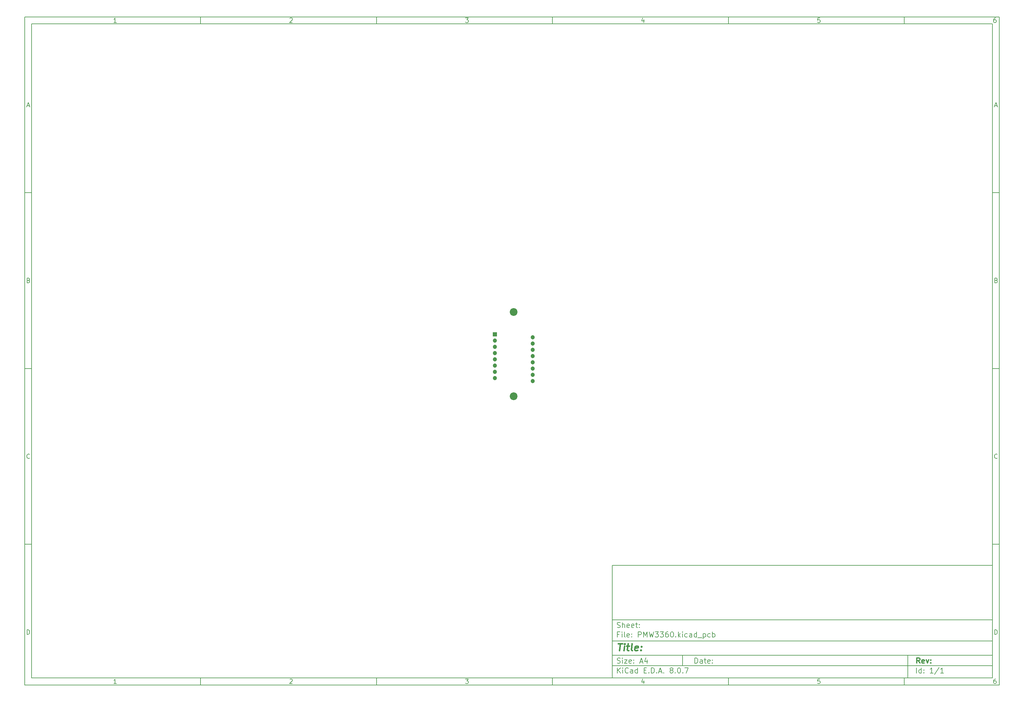
<source format=gbr>
%TF.GenerationSoftware,KiCad,Pcbnew,8.0.7*%
%TF.CreationDate,2024-12-27T17:18:50-08:00*%
%TF.ProjectId,PMW3360,504d5733-3336-4302-9e6b-696361645f70,rev?*%
%TF.SameCoordinates,Original*%
%TF.FileFunction,Soldermask,Bot*%
%TF.FilePolarity,Negative*%
%FSLAX46Y46*%
G04 Gerber Fmt 4.6, Leading zero omitted, Abs format (unit mm)*
G04 Created by KiCad (PCBNEW 8.0.7) date 2024-12-27 17:18:50*
%MOMM*%
%LPD*%
G01*
G04 APERTURE LIST*
%ADD10C,0.100000*%
%ADD11C,0.150000*%
%ADD12C,0.300000*%
%ADD13C,0.400000*%
%ADD14R,1.200000X1.200000*%
%ADD15C,1.200000*%
%ADD16C,2.200000*%
G04 APERTURE END LIST*
D10*
D11*
X177002200Y-166007200D02*
X285002200Y-166007200D01*
X285002200Y-198007200D01*
X177002200Y-198007200D01*
X177002200Y-166007200D01*
D10*
D11*
X10000000Y-10000000D02*
X287002200Y-10000000D01*
X287002200Y-200007200D01*
X10000000Y-200007200D01*
X10000000Y-10000000D01*
D10*
D11*
X12000000Y-12000000D02*
X285002200Y-12000000D01*
X285002200Y-198007200D01*
X12000000Y-198007200D01*
X12000000Y-12000000D01*
D10*
D11*
X60000000Y-12000000D02*
X60000000Y-10000000D01*
D10*
D11*
X110000000Y-12000000D02*
X110000000Y-10000000D01*
D10*
D11*
X160000000Y-12000000D02*
X160000000Y-10000000D01*
D10*
D11*
X210000000Y-12000000D02*
X210000000Y-10000000D01*
D10*
D11*
X260000000Y-12000000D02*
X260000000Y-10000000D01*
D10*
D11*
X36089160Y-11593604D02*
X35346303Y-11593604D01*
X35717731Y-11593604D02*
X35717731Y-10293604D01*
X35717731Y-10293604D02*
X35593922Y-10479319D01*
X35593922Y-10479319D02*
X35470112Y-10603128D01*
X35470112Y-10603128D02*
X35346303Y-10665033D01*
D10*
D11*
X85346303Y-10417414D02*
X85408207Y-10355509D01*
X85408207Y-10355509D02*
X85532017Y-10293604D01*
X85532017Y-10293604D02*
X85841541Y-10293604D01*
X85841541Y-10293604D02*
X85965350Y-10355509D01*
X85965350Y-10355509D02*
X86027255Y-10417414D01*
X86027255Y-10417414D02*
X86089160Y-10541223D01*
X86089160Y-10541223D02*
X86089160Y-10665033D01*
X86089160Y-10665033D02*
X86027255Y-10850747D01*
X86027255Y-10850747D02*
X85284398Y-11593604D01*
X85284398Y-11593604D02*
X86089160Y-11593604D01*
D10*
D11*
X135284398Y-10293604D02*
X136089160Y-10293604D01*
X136089160Y-10293604D02*
X135655826Y-10788842D01*
X135655826Y-10788842D02*
X135841541Y-10788842D01*
X135841541Y-10788842D02*
X135965350Y-10850747D01*
X135965350Y-10850747D02*
X136027255Y-10912652D01*
X136027255Y-10912652D02*
X136089160Y-11036461D01*
X136089160Y-11036461D02*
X136089160Y-11345985D01*
X136089160Y-11345985D02*
X136027255Y-11469795D01*
X136027255Y-11469795D02*
X135965350Y-11531700D01*
X135965350Y-11531700D02*
X135841541Y-11593604D01*
X135841541Y-11593604D02*
X135470112Y-11593604D01*
X135470112Y-11593604D02*
X135346303Y-11531700D01*
X135346303Y-11531700D02*
X135284398Y-11469795D01*
D10*
D11*
X185965350Y-10726938D02*
X185965350Y-11593604D01*
X185655826Y-10231700D02*
X185346303Y-11160271D01*
X185346303Y-11160271D02*
X186151064Y-11160271D01*
D10*
D11*
X236027255Y-10293604D02*
X235408207Y-10293604D01*
X235408207Y-10293604D02*
X235346303Y-10912652D01*
X235346303Y-10912652D02*
X235408207Y-10850747D01*
X235408207Y-10850747D02*
X235532017Y-10788842D01*
X235532017Y-10788842D02*
X235841541Y-10788842D01*
X235841541Y-10788842D02*
X235965350Y-10850747D01*
X235965350Y-10850747D02*
X236027255Y-10912652D01*
X236027255Y-10912652D02*
X236089160Y-11036461D01*
X236089160Y-11036461D02*
X236089160Y-11345985D01*
X236089160Y-11345985D02*
X236027255Y-11469795D01*
X236027255Y-11469795D02*
X235965350Y-11531700D01*
X235965350Y-11531700D02*
X235841541Y-11593604D01*
X235841541Y-11593604D02*
X235532017Y-11593604D01*
X235532017Y-11593604D02*
X235408207Y-11531700D01*
X235408207Y-11531700D02*
X235346303Y-11469795D01*
D10*
D11*
X285965350Y-10293604D02*
X285717731Y-10293604D01*
X285717731Y-10293604D02*
X285593922Y-10355509D01*
X285593922Y-10355509D02*
X285532017Y-10417414D01*
X285532017Y-10417414D02*
X285408207Y-10603128D01*
X285408207Y-10603128D02*
X285346303Y-10850747D01*
X285346303Y-10850747D02*
X285346303Y-11345985D01*
X285346303Y-11345985D02*
X285408207Y-11469795D01*
X285408207Y-11469795D02*
X285470112Y-11531700D01*
X285470112Y-11531700D02*
X285593922Y-11593604D01*
X285593922Y-11593604D02*
X285841541Y-11593604D01*
X285841541Y-11593604D02*
X285965350Y-11531700D01*
X285965350Y-11531700D02*
X286027255Y-11469795D01*
X286027255Y-11469795D02*
X286089160Y-11345985D01*
X286089160Y-11345985D02*
X286089160Y-11036461D01*
X286089160Y-11036461D02*
X286027255Y-10912652D01*
X286027255Y-10912652D02*
X285965350Y-10850747D01*
X285965350Y-10850747D02*
X285841541Y-10788842D01*
X285841541Y-10788842D02*
X285593922Y-10788842D01*
X285593922Y-10788842D02*
X285470112Y-10850747D01*
X285470112Y-10850747D02*
X285408207Y-10912652D01*
X285408207Y-10912652D02*
X285346303Y-11036461D01*
D10*
D11*
X60000000Y-198007200D02*
X60000000Y-200007200D01*
D10*
D11*
X110000000Y-198007200D02*
X110000000Y-200007200D01*
D10*
D11*
X160000000Y-198007200D02*
X160000000Y-200007200D01*
D10*
D11*
X210000000Y-198007200D02*
X210000000Y-200007200D01*
D10*
D11*
X260000000Y-198007200D02*
X260000000Y-200007200D01*
D10*
D11*
X36089160Y-199600804D02*
X35346303Y-199600804D01*
X35717731Y-199600804D02*
X35717731Y-198300804D01*
X35717731Y-198300804D02*
X35593922Y-198486519D01*
X35593922Y-198486519D02*
X35470112Y-198610328D01*
X35470112Y-198610328D02*
X35346303Y-198672233D01*
D10*
D11*
X85346303Y-198424614D02*
X85408207Y-198362709D01*
X85408207Y-198362709D02*
X85532017Y-198300804D01*
X85532017Y-198300804D02*
X85841541Y-198300804D01*
X85841541Y-198300804D02*
X85965350Y-198362709D01*
X85965350Y-198362709D02*
X86027255Y-198424614D01*
X86027255Y-198424614D02*
X86089160Y-198548423D01*
X86089160Y-198548423D02*
X86089160Y-198672233D01*
X86089160Y-198672233D02*
X86027255Y-198857947D01*
X86027255Y-198857947D02*
X85284398Y-199600804D01*
X85284398Y-199600804D02*
X86089160Y-199600804D01*
D10*
D11*
X135284398Y-198300804D02*
X136089160Y-198300804D01*
X136089160Y-198300804D02*
X135655826Y-198796042D01*
X135655826Y-198796042D02*
X135841541Y-198796042D01*
X135841541Y-198796042D02*
X135965350Y-198857947D01*
X135965350Y-198857947D02*
X136027255Y-198919852D01*
X136027255Y-198919852D02*
X136089160Y-199043661D01*
X136089160Y-199043661D02*
X136089160Y-199353185D01*
X136089160Y-199353185D02*
X136027255Y-199476995D01*
X136027255Y-199476995D02*
X135965350Y-199538900D01*
X135965350Y-199538900D02*
X135841541Y-199600804D01*
X135841541Y-199600804D02*
X135470112Y-199600804D01*
X135470112Y-199600804D02*
X135346303Y-199538900D01*
X135346303Y-199538900D02*
X135284398Y-199476995D01*
D10*
D11*
X185965350Y-198734138D02*
X185965350Y-199600804D01*
X185655826Y-198238900D02*
X185346303Y-199167471D01*
X185346303Y-199167471D02*
X186151064Y-199167471D01*
D10*
D11*
X236027255Y-198300804D02*
X235408207Y-198300804D01*
X235408207Y-198300804D02*
X235346303Y-198919852D01*
X235346303Y-198919852D02*
X235408207Y-198857947D01*
X235408207Y-198857947D02*
X235532017Y-198796042D01*
X235532017Y-198796042D02*
X235841541Y-198796042D01*
X235841541Y-198796042D02*
X235965350Y-198857947D01*
X235965350Y-198857947D02*
X236027255Y-198919852D01*
X236027255Y-198919852D02*
X236089160Y-199043661D01*
X236089160Y-199043661D02*
X236089160Y-199353185D01*
X236089160Y-199353185D02*
X236027255Y-199476995D01*
X236027255Y-199476995D02*
X235965350Y-199538900D01*
X235965350Y-199538900D02*
X235841541Y-199600804D01*
X235841541Y-199600804D02*
X235532017Y-199600804D01*
X235532017Y-199600804D02*
X235408207Y-199538900D01*
X235408207Y-199538900D02*
X235346303Y-199476995D01*
D10*
D11*
X285965350Y-198300804D02*
X285717731Y-198300804D01*
X285717731Y-198300804D02*
X285593922Y-198362709D01*
X285593922Y-198362709D02*
X285532017Y-198424614D01*
X285532017Y-198424614D02*
X285408207Y-198610328D01*
X285408207Y-198610328D02*
X285346303Y-198857947D01*
X285346303Y-198857947D02*
X285346303Y-199353185D01*
X285346303Y-199353185D02*
X285408207Y-199476995D01*
X285408207Y-199476995D02*
X285470112Y-199538900D01*
X285470112Y-199538900D02*
X285593922Y-199600804D01*
X285593922Y-199600804D02*
X285841541Y-199600804D01*
X285841541Y-199600804D02*
X285965350Y-199538900D01*
X285965350Y-199538900D02*
X286027255Y-199476995D01*
X286027255Y-199476995D02*
X286089160Y-199353185D01*
X286089160Y-199353185D02*
X286089160Y-199043661D01*
X286089160Y-199043661D02*
X286027255Y-198919852D01*
X286027255Y-198919852D02*
X285965350Y-198857947D01*
X285965350Y-198857947D02*
X285841541Y-198796042D01*
X285841541Y-198796042D02*
X285593922Y-198796042D01*
X285593922Y-198796042D02*
X285470112Y-198857947D01*
X285470112Y-198857947D02*
X285408207Y-198919852D01*
X285408207Y-198919852D02*
X285346303Y-199043661D01*
D10*
D11*
X10000000Y-60000000D02*
X12000000Y-60000000D01*
D10*
D11*
X10000000Y-110000000D02*
X12000000Y-110000000D01*
D10*
D11*
X10000000Y-160000000D02*
X12000000Y-160000000D01*
D10*
D11*
X10690476Y-35222176D02*
X11309523Y-35222176D01*
X10566666Y-35593604D02*
X10999999Y-34293604D01*
X10999999Y-34293604D02*
X11433333Y-35593604D01*
D10*
D11*
X11092857Y-84912652D02*
X11278571Y-84974557D01*
X11278571Y-84974557D02*
X11340476Y-85036461D01*
X11340476Y-85036461D02*
X11402380Y-85160271D01*
X11402380Y-85160271D02*
X11402380Y-85345985D01*
X11402380Y-85345985D02*
X11340476Y-85469795D01*
X11340476Y-85469795D02*
X11278571Y-85531700D01*
X11278571Y-85531700D02*
X11154761Y-85593604D01*
X11154761Y-85593604D02*
X10659523Y-85593604D01*
X10659523Y-85593604D02*
X10659523Y-84293604D01*
X10659523Y-84293604D02*
X11092857Y-84293604D01*
X11092857Y-84293604D02*
X11216666Y-84355509D01*
X11216666Y-84355509D02*
X11278571Y-84417414D01*
X11278571Y-84417414D02*
X11340476Y-84541223D01*
X11340476Y-84541223D02*
X11340476Y-84665033D01*
X11340476Y-84665033D02*
X11278571Y-84788842D01*
X11278571Y-84788842D02*
X11216666Y-84850747D01*
X11216666Y-84850747D02*
X11092857Y-84912652D01*
X11092857Y-84912652D02*
X10659523Y-84912652D01*
D10*
D11*
X11402380Y-135469795D02*
X11340476Y-135531700D01*
X11340476Y-135531700D02*
X11154761Y-135593604D01*
X11154761Y-135593604D02*
X11030952Y-135593604D01*
X11030952Y-135593604D02*
X10845238Y-135531700D01*
X10845238Y-135531700D02*
X10721428Y-135407890D01*
X10721428Y-135407890D02*
X10659523Y-135284080D01*
X10659523Y-135284080D02*
X10597619Y-135036461D01*
X10597619Y-135036461D02*
X10597619Y-134850747D01*
X10597619Y-134850747D02*
X10659523Y-134603128D01*
X10659523Y-134603128D02*
X10721428Y-134479319D01*
X10721428Y-134479319D02*
X10845238Y-134355509D01*
X10845238Y-134355509D02*
X11030952Y-134293604D01*
X11030952Y-134293604D02*
X11154761Y-134293604D01*
X11154761Y-134293604D02*
X11340476Y-134355509D01*
X11340476Y-134355509D02*
X11402380Y-134417414D01*
D10*
D11*
X10659523Y-185593604D02*
X10659523Y-184293604D01*
X10659523Y-184293604D02*
X10969047Y-184293604D01*
X10969047Y-184293604D02*
X11154761Y-184355509D01*
X11154761Y-184355509D02*
X11278571Y-184479319D01*
X11278571Y-184479319D02*
X11340476Y-184603128D01*
X11340476Y-184603128D02*
X11402380Y-184850747D01*
X11402380Y-184850747D02*
X11402380Y-185036461D01*
X11402380Y-185036461D02*
X11340476Y-185284080D01*
X11340476Y-185284080D02*
X11278571Y-185407890D01*
X11278571Y-185407890D02*
X11154761Y-185531700D01*
X11154761Y-185531700D02*
X10969047Y-185593604D01*
X10969047Y-185593604D02*
X10659523Y-185593604D01*
D10*
D11*
X287002200Y-60000000D02*
X285002200Y-60000000D01*
D10*
D11*
X287002200Y-110000000D02*
X285002200Y-110000000D01*
D10*
D11*
X287002200Y-160000000D02*
X285002200Y-160000000D01*
D10*
D11*
X285692676Y-35222176D02*
X286311723Y-35222176D01*
X285568866Y-35593604D02*
X286002199Y-34293604D01*
X286002199Y-34293604D02*
X286435533Y-35593604D01*
D10*
D11*
X286095057Y-84912652D02*
X286280771Y-84974557D01*
X286280771Y-84974557D02*
X286342676Y-85036461D01*
X286342676Y-85036461D02*
X286404580Y-85160271D01*
X286404580Y-85160271D02*
X286404580Y-85345985D01*
X286404580Y-85345985D02*
X286342676Y-85469795D01*
X286342676Y-85469795D02*
X286280771Y-85531700D01*
X286280771Y-85531700D02*
X286156961Y-85593604D01*
X286156961Y-85593604D02*
X285661723Y-85593604D01*
X285661723Y-85593604D02*
X285661723Y-84293604D01*
X285661723Y-84293604D02*
X286095057Y-84293604D01*
X286095057Y-84293604D02*
X286218866Y-84355509D01*
X286218866Y-84355509D02*
X286280771Y-84417414D01*
X286280771Y-84417414D02*
X286342676Y-84541223D01*
X286342676Y-84541223D02*
X286342676Y-84665033D01*
X286342676Y-84665033D02*
X286280771Y-84788842D01*
X286280771Y-84788842D02*
X286218866Y-84850747D01*
X286218866Y-84850747D02*
X286095057Y-84912652D01*
X286095057Y-84912652D02*
X285661723Y-84912652D01*
D10*
D11*
X286404580Y-135469795D02*
X286342676Y-135531700D01*
X286342676Y-135531700D02*
X286156961Y-135593604D01*
X286156961Y-135593604D02*
X286033152Y-135593604D01*
X286033152Y-135593604D02*
X285847438Y-135531700D01*
X285847438Y-135531700D02*
X285723628Y-135407890D01*
X285723628Y-135407890D02*
X285661723Y-135284080D01*
X285661723Y-135284080D02*
X285599819Y-135036461D01*
X285599819Y-135036461D02*
X285599819Y-134850747D01*
X285599819Y-134850747D02*
X285661723Y-134603128D01*
X285661723Y-134603128D02*
X285723628Y-134479319D01*
X285723628Y-134479319D02*
X285847438Y-134355509D01*
X285847438Y-134355509D02*
X286033152Y-134293604D01*
X286033152Y-134293604D02*
X286156961Y-134293604D01*
X286156961Y-134293604D02*
X286342676Y-134355509D01*
X286342676Y-134355509D02*
X286404580Y-134417414D01*
D10*
D11*
X285661723Y-185593604D02*
X285661723Y-184293604D01*
X285661723Y-184293604D02*
X285971247Y-184293604D01*
X285971247Y-184293604D02*
X286156961Y-184355509D01*
X286156961Y-184355509D02*
X286280771Y-184479319D01*
X286280771Y-184479319D02*
X286342676Y-184603128D01*
X286342676Y-184603128D02*
X286404580Y-184850747D01*
X286404580Y-184850747D02*
X286404580Y-185036461D01*
X286404580Y-185036461D02*
X286342676Y-185284080D01*
X286342676Y-185284080D02*
X286280771Y-185407890D01*
X286280771Y-185407890D02*
X286156961Y-185531700D01*
X286156961Y-185531700D02*
X285971247Y-185593604D01*
X285971247Y-185593604D02*
X285661723Y-185593604D01*
D10*
D11*
X200458026Y-193793328D02*
X200458026Y-192293328D01*
X200458026Y-192293328D02*
X200815169Y-192293328D01*
X200815169Y-192293328D02*
X201029455Y-192364757D01*
X201029455Y-192364757D02*
X201172312Y-192507614D01*
X201172312Y-192507614D02*
X201243741Y-192650471D01*
X201243741Y-192650471D02*
X201315169Y-192936185D01*
X201315169Y-192936185D02*
X201315169Y-193150471D01*
X201315169Y-193150471D02*
X201243741Y-193436185D01*
X201243741Y-193436185D02*
X201172312Y-193579042D01*
X201172312Y-193579042D02*
X201029455Y-193721900D01*
X201029455Y-193721900D02*
X200815169Y-193793328D01*
X200815169Y-193793328D02*
X200458026Y-193793328D01*
X202600884Y-193793328D02*
X202600884Y-193007614D01*
X202600884Y-193007614D02*
X202529455Y-192864757D01*
X202529455Y-192864757D02*
X202386598Y-192793328D01*
X202386598Y-192793328D02*
X202100884Y-192793328D01*
X202100884Y-192793328D02*
X201958026Y-192864757D01*
X202600884Y-193721900D02*
X202458026Y-193793328D01*
X202458026Y-193793328D02*
X202100884Y-193793328D01*
X202100884Y-193793328D02*
X201958026Y-193721900D01*
X201958026Y-193721900D02*
X201886598Y-193579042D01*
X201886598Y-193579042D02*
X201886598Y-193436185D01*
X201886598Y-193436185D02*
X201958026Y-193293328D01*
X201958026Y-193293328D02*
X202100884Y-193221900D01*
X202100884Y-193221900D02*
X202458026Y-193221900D01*
X202458026Y-193221900D02*
X202600884Y-193150471D01*
X203100884Y-192793328D02*
X203672312Y-192793328D01*
X203315169Y-192293328D02*
X203315169Y-193579042D01*
X203315169Y-193579042D02*
X203386598Y-193721900D01*
X203386598Y-193721900D02*
X203529455Y-193793328D01*
X203529455Y-193793328D02*
X203672312Y-193793328D01*
X204743741Y-193721900D02*
X204600884Y-193793328D01*
X204600884Y-193793328D02*
X204315170Y-193793328D01*
X204315170Y-193793328D02*
X204172312Y-193721900D01*
X204172312Y-193721900D02*
X204100884Y-193579042D01*
X204100884Y-193579042D02*
X204100884Y-193007614D01*
X204100884Y-193007614D02*
X204172312Y-192864757D01*
X204172312Y-192864757D02*
X204315170Y-192793328D01*
X204315170Y-192793328D02*
X204600884Y-192793328D01*
X204600884Y-192793328D02*
X204743741Y-192864757D01*
X204743741Y-192864757D02*
X204815170Y-193007614D01*
X204815170Y-193007614D02*
X204815170Y-193150471D01*
X204815170Y-193150471D02*
X204100884Y-193293328D01*
X205458026Y-193650471D02*
X205529455Y-193721900D01*
X205529455Y-193721900D02*
X205458026Y-193793328D01*
X205458026Y-193793328D02*
X205386598Y-193721900D01*
X205386598Y-193721900D02*
X205458026Y-193650471D01*
X205458026Y-193650471D02*
X205458026Y-193793328D01*
X205458026Y-192864757D02*
X205529455Y-192936185D01*
X205529455Y-192936185D02*
X205458026Y-193007614D01*
X205458026Y-193007614D02*
X205386598Y-192936185D01*
X205386598Y-192936185D02*
X205458026Y-192864757D01*
X205458026Y-192864757D02*
X205458026Y-193007614D01*
D10*
D11*
X177002200Y-194507200D02*
X285002200Y-194507200D01*
D10*
D11*
X178458026Y-196593328D02*
X178458026Y-195093328D01*
X179315169Y-196593328D02*
X178672312Y-195736185D01*
X179315169Y-195093328D02*
X178458026Y-195950471D01*
X179958026Y-196593328D02*
X179958026Y-195593328D01*
X179958026Y-195093328D02*
X179886598Y-195164757D01*
X179886598Y-195164757D02*
X179958026Y-195236185D01*
X179958026Y-195236185D02*
X180029455Y-195164757D01*
X180029455Y-195164757D02*
X179958026Y-195093328D01*
X179958026Y-195093328D02*
X179958026Y-195236185D01*
X181529455Y-196450471D02*
X181458027Y-196521900D01*
X181458027Y-196521900D02*
X181243741Y-196593328D01*
X181243741Y-196593328D02*
X181100884Y-196593328D01*
X181100884Y-196593328D02*
X180886598Y-196521900D01*
X180886598Y-196521900D02*
X180743741Y-196379042D01*
X180743741Y-196379042D02*
X180672312Y-196236185D01*
X180672312Y-196236185D02*
X180600884Y-195950471D01*
X180600884Y-195950471D02*
X180600884Y-195736185D01*
X180600884Y-195736185D02*
X180672312Y-195450471D01*
X180672312Y-195450471D02*
X180743741Y-195307614D01*
X180743741Y-195307614D02*
X180886598Y-195164757D01*
X180886598Y-195164757D02*
X181100884Y-195093328D01*
X181100884Y-195093328D02*
X181243741Y-195093328D01*
X181243741Y-195093328D02*
X181458027Y-195164757D01*
X181458027Y-195164757D02*
X181529455Y-195236185D01*
X182815170Y-196593328D02*
X182815170Y-195807614D01*
X182815170Y-195807614D02*
X182743741Y-195664757D01*
X182743741Y-195664757D02*
X182600884Y-195593328D01*
X182600884Y-195593328D02*
X182315170Y-195593328D01*
X182315170Y-195593328D02*
X182172312Y-195664757D01*
X182815170Y-196521900D02*
X182672312Y-196593328D01*
X182672312Y-196593328D02*
X182315170Y-196593328D01*
X182315170Y-196593328D02*
X182172312Y-196521900D01*
X182172312Y-196521900D02*
X182100884Y-196379042D01*
X182100884Y-196379042D02*
X182100884Y-196236185D01*
X182100884Y-196236185D02*
X182172312Y-196093328D01*
X182172312Y-196093328D02*
X182315170Y-196021900D01*
X182315170Y-196021900D02*
X182672312Y-196021900D01*
X182672312Y-196021900D02*
X182815170Y-195950471D01*
X184172313Y-196593328D02*
X184172313Y-195093328D01*
X184172313Y-196521900D02*
X184029455Y-196593328D01*
X184029455Y-196593328D02*
X183743741Y-196593328D01*
X183743741Y-196593328D02*
X183600884Y-196521900D01*
X183600884Y-196521900D02*
X183529455Y-196450471D01*
X183529455Y-196450471D02*
X183458027Y-196307614D01*
X183458027Y-196307614D02*
X183458027Y-195879042D01*
X183458027Y-195879042D02*
X183529455Y-195736185D01*
X183529455Y-195736185D02*
X183600884Y-195664757D01*
X183600884Y-195664757D02*
X183743741Y-195593328D01*
X183743741Y-195593328D02*
X184029455Y-195593328D01*
X184029455Y-195593328D02*
X184172313Y-195664757D01*
X186029455Y-195807614D02*
X186529455Y-195807614D01*
X186743741Y-196593328D02*
X186029455Y-196593328D01*
X186029455Y-196593328D02*
X186029455Y-195093328D01*
X186029455Y-195093328D02*
X186743741Y-195093328D01*
X187386598Y-196450471D02*
X187458027Y-196521900D01*
X187458027Y-196521900D02*
X187386598Y-196593328D01*
X187386598Y-196593328D02*
X187315170Y-196521900D01*
X187315170Y-196521900D02*
X187386598Y-196450471D01*
X187386598Y-196450471D02*
X187386598Y-196593328D01*
X188100884Y-196593328D02*
X188100884Y-195093328D01*
X188100884Y-195093328D02*
X188458027Y-195093328D01*
X188458027Y-195093328D02*
X188672313Y-195164757D01*
X188672313Y-195164757D02*
X188815170Y-195307614D01*
X188815170Y-195307614D02*
X188886599Y-195450471D01*
X188886599Y-195450471D02*
X188958027Y-195736185D01*
X188958027Y-195736185D02*
X188958027Y-195950471D01*
X188958027Y-195950471D02*
X188886599Y-196236185D01*
X188886599Y-196236185D02*
X188815170Y-196379042D01*
X188815170Y-196379042D02*
X188672313Y-196521900D01*
X188672313Y-196521900D02*
X188458027Y-196593328D01*
X188458027Y-196593328D02*
X188100884Y-196593328D01*
X189600884Y-196450471D02*
X189672313Y-196521900D01*
X189672313Y-196521900D02*
X189600884Y-196593328D01*
X189600884Y-196593328D02*
X189529456Y-196521900D01*
X189529456Y-196521900D02*
X189600884Y-196450471D01*
X189600884Y-196450471D02*
X189600884Y-196593328D01*
X190243742Y-196164757D02*
X190958028Y-196164757D01*
X190100885Y-196593328D02*
X190600885Y-195093328D01*
X190600885Y-195093328D02*
X191100885Y-196593328D01*
X191600884Y-196450471D02*
X191672313Y-196521900D01*
X191672313Y-196521900D02*
X191600884Y-196593328D01*
X191600884Y-196593328D02*
X191529456Y-196521900D01*
X191529456Y-196521900D02*
X191600884Y-196450471D01*
X191600884Y-196450471D02*
X191600884Y-196593328D01*
X193672313Y-195736185D02*
X193529456Y-195664757D01*
X193529456Y-195664757D02*
X193458027Y-195593328D01*
X193458027Y-195593328D02*
X193386599Y-195450471D01*
X193386599Y-195450471D02*
X193386599Y-195379042D01*
X193386599Y-195379042D02*
X193458027Y-195236185D01*
X193458027Y-195236185D02*
X193529456Y-195164757D01*
X193529456Y-195164757D02*
X193672313Y-195093328D01*
X193672313Y-195093328D02*
X193958027Y-195093328D01*
X193958027Y-195093328D02*
X194100885Y-195164757D01*
X194100885Y-195164757D02*
X194172313Y-195236185D01*
X194172313Y-195236185D02*
X194243742Y-195379042D01*
X194243742Y-195379042D02*
X194243742Y-195450471D01*
X194243742Y-195450471D02*
X194172313Y-195593328D01*
X194172313Y-195593328D02*
X194100885Y-195664757D01*
X194100885Y-195664757D02*
X193958027Y-195736185D01*
X193958027Y-195736185D02*
X193672313Y-195736185D01*
X193672313Y-195736185D02*
X193529456Y-195807614D01*
X193529456Y-195807614D02*
X193458027Y-195879042D01*
X193458027Y-195879042D02*
X193386599Y-196021900D01*
X193386599Y-196021900D02*
X193386599Y-196307614D01*
X193386599Y-196307614D02*
X193458027Y-196450471D01*
X193458027Y-196450471D02*
X193529456Y-196521900D01*
X193529456Y-196521900D02*
X193672313Y-196593328D01*
X193672313Y-196593328D02*
X193958027Y-196593328D01*
X193958027Y-196593328D02*
X194100885Y-196521900D01*
X194100885Y-196521900D02*
X194172313Y-196450471D01*
X194172313Y-196450471D02*
X194243742Y-196307614D01*
X194243742Y-196307614D02*
X194243742Y-196021900D01*
X194243742Y-196021900D02*
X194172313Y-195879042D01*
X194172313Y-195879042D02*
X194100885Y-195807614D01*
X194100885Y-195807614D02*
X193958027Y-195736185D01*
X194886598Y-196450471D02*
X194958027Y-196521900D01*
X194958027Y-196521900D02*
X194886598Y-196593328D01*
X194886598Y-196593328D02*
X194815170Y-196521900D01*
X194815170Y-196521900D02*
X194886598Y-196450471D01*
X194886598Y-196450471D02*
X194886598Y-196593328D01*
X195886599Y-195093328D02*
X196029456Y-195093328D01*
X196029456Y-195093328D02*
X196172313Y-195164757D01*
X196172313Y-195164757D02*
X196243742Y-195236185D01*
X196243742Y-195236185D02*
X196315170Y-195379042D01*
X196315170Y-195379042D02*
X196386599Y-195664757D01*
X196386599Y-195664757D02*
X196386599Y-196021900D01*
X196386599Y-196021900D02*
X196315170Y-196307614D01*
X196315170Y-196307614D02*
X196243742Y-196450471D01*
X196243742Y-196450471D02*
X196172313Y-196521900D01*
X196172313Y-196521900D02*
X196029456Y-196593328D01*
X196029456Y-196593328D02*
X195886599Y-196593328D01*
X195886599Y-196593328D02*
X195743742Y-196521900D01*
X195743742Y-196521900D02*
X195672313Y-196450471D01*
X195672313Y-196450471D02*
X195600884Y-196307614D01*
X195600884Y-196307614D02*
X195529456Y-196021900D01*
X195529456Y-196021900D02*
X195529456Y-195664757D01*
X195529456Y-195664757D02*
X195600884Y-195379042D01*
X195600884Y-195379042D02*
X195672313Y-195236185D01*
X195672313Y-195236185D02*
X195743742Y-195164757D01*
X195743742Y-195164757D02*
X195886599Y-195093328D01*
X197029455Y-196450471D02*
X197100884Y-196521900D01*
X197100884Y-196521900D02*
X197029455Y-196593328D01*
X197029455Y-196593328D02*
X196958027Y-196521900D01*
X196958027Y-196521900D02*
X197029455Y-196450471D01*
X197029455Y-196450471D02*
X197029455Y-196593328D01*
X197600884Y-195093328D02*
X198600884Y-195093328D01*
X198600884Y-195093328D02*
X197958027Y-196593328D01*
D10*
D11*
X177002200Y-191507200D02*
X285002200Y-191507200D01*
D10*
D12*
X264413853Y-193785528D02*
X263913853Y-193071242D01*
X263556710Y-193785528D02*
X263556710Y-192285528D01*
X263556710Y-192285528D02*
X264128139Y-192285528D01*
X264128139Y-192285528D02*
X264270996Y-192356957D01*
X264270996Y-192356957D02*
X264342425Y-192428385D01*
X264342425Y-192428385D02*
X264413853Y-192571242D01*
X264413853Y-192571242D02*
X264413853Y-192785528D01*
X264413853Y-192785528D02*
X264342425Y-192928385D01*
X264342425Y-192928385D02*
X264270996Y-192999814D01*
X264270996Y-192999814D02*
X264128139Y-193071242D01*
X264128139Y-193071242D02*
X263556710Y-193071242D01*
X265628139Y-193714100D02*
X265485282Y-193785528D01*
X265485282Y-193785528D02*
X265199568Y-193785528D01*
X265199568Y-193785528D02*
X265056710Y-193714100D01*
X265056710Y-193714100D02*
X264985282Y-193571242D01*
X264985282Y-193571242D02*
X264985282Y-192999814D01*
X264985282Y-192999814D02*
X265056710Y-192856957D01*
X265056710Y-192856957D02*
X265199568Y-192785528D01*
X265199568Y-192785528D02*
X265485282Y-192785528D01*
X265485282Y-192785528D02*
X265628139Y-192856957D01*
X265628139Y-192856957D02*
X265699568Y-192999814D01*
X265699568Y-192999814D02*
X265699568Y-193142671D01*
X265699568Y-193142671D02*
X264985282Y-193285528D01*
X266199567Y-192785528D02*
X266556710Y-193785528D01*
X266556710Y-193785528D02*
X266913853Y-192785528D01*
X267485281Y-193642671D02*
X267556710Y-193714100D01*
X267556710Y-193714100D02*
X267485281Y-193785528D01*
X267485281Y-193785528D02*
X267413853Y-193714100D01*
X267413853Y-193714100D02*
X267485281Y-193642671D01*
X267485281Y-193642671D02*
X267485281Y-193785528D01*
X267485281Y-192856957D02*
X267556710Y-192928385D01*
X267556710Y-192928385D02*
X267485281Y-192999814D01*
X267485281Y-192999814D02*
X267413853Y-192928385D01*
X267413853Y-192928385D02*
X267485281Y-192856957D01*
X267485281Y-192856957D02*
X267485281Y-192999814D01*
D10*
D11*
X178386598Y-193721900D02*
X178600884Y-193793328D01*
X178600884Y-193793328D02*
X178958026Y-193793328D01*
X178958026Y-193793328D02*
X179100884Y-193721900D01*
X179100884Y-193721900D02*
X179172312Y-193650471D01*
X179172312Y-193650471D02*
X179243741Y-193507614D01*
X179243741Y-193507614D02*
X179243741Y-193364757D01*
X179243741Y-193364757D02*
X179172312Y-193221900D01*
X179172312Y-193221900D02*
X179100884Y-193150471D01*
X179100884Y-193150471D02*
X178958026Y-193079042D01*
X178958026Y-193079042D02*
X178672312Y-193007614D01*
X178672312Y-193007614D02*
X178529455Y-192936185D01*
X178529455Y-192936185D02*
X178458026Y-192864757D01*
X178458026Y-192864757D02*
X178386598Y-192721900D01*
X178386598Y-192721900D02*
X178386598Y-192579042D01*
X178386598Y-192579042D02*
X178458026Y-192436185D01*
X178458026Y-192436185D02*
X178529455Y-192364757D01*
X178529455Y-192364757D02*
X178672312Y-192293328D01*
X178672312Y-192293328D02*
X179029455Y-192293328D01*
X179029455Y-192293328D02*
X179243741Y-192364757D01*
X179886597Y-193793328D02*
X179886597Y-192793328D01*
X179886597Y-192293328D02*
X179815169Y-192364757D01*
X179815169Y-192364757D02*
X179886597Y-192436185D01*
X179886597Y-192436185D02*
X179958026Y-192364757D01*
X179958026Y-192364757D02*
X179886597Y-192293328D01*
X179886597Y-192293328D02*
X179886597Y-192436185D01*
X180458026Y-192793328D02*
X181243741Y-192793328D01*
X181243741Y-192793328D02*
X180458026Y-193793328D01*
X180458026Y-193793328D02*
X181243741Y-193793328D01*
X182386598Y-193721900D02*
X182243741Y-193793328D01*
X182243741Y-193793328D02*
X181958027Y-193793328D01*
X181958027Y-193793328D02*
X181815169Y-193721900D01*
X181815169Y-193721900D02*
X181743741Y-193579042D01*
X181743741Y-193579042D02*
X181743741Y-193007614D01*
X181743741Y-193007614D02*
X181815169Y-192864757D01*
X181815169Y-192864757D02*
X181958027Y-192793328D01*
X181958027Y-192793328D02*
X182243741Y-192793328D01*
X182243741Y-192793328D02*
X182386598Y-192864757D01*
X182386598Y-192864757D02*
X182458027Y-193007614D01*
X182458027Y-193007614D02*
X182458027Y-193150471D01*
X182458027Y-193150471D02*
X181743741Y-193293328D01*
X183100883Y-193650471D02*
X183172312Y-193721900D01*
X183172312Y-193721900D02*
X183100883Y-193793328D01*
X183100883Y-193793328D02*
X183029455Y-193721900D01*
X183029455Y-193721900D02*
X183100883Y-193650471D01*
X183100883Y-193650471D02*
X183100883Y-193793328D01*
X183100883Y-192864757D02*
X183172312Y-192936185D01*
X183172312Y-192936185D02*
X183100883Y-193007614D01*
X183100883Y-193007614D02*
X183029455Y-192936185D01*
X183029455Y-192936185D02*
X183100883Y-192864757D01*
X183100883Y-192864757D02*
X183100883Y-193007614D01*
X184886598Y-193364757D02*
X185600884Y-193364757D01*
X184743741Y-193793328D02*
X185243741Y-192293328D01*
X185243741Y-192293328D02*
X185743741Y-193793328D01*
X186886598Y-192793328D02*
X186886598Y-193793328D01*
X186529455Y-192221900D02*
X186172312Y-193293328D01*
X186172312Y-193293328D02*
X187100883Y-193293328D01*
D10*
D11*
X263458026Y-196593328D02*
X263458026Y-195093328D01*
X264815170Y-196593328D02*
X264815170Y-195093328D01*
X264815170Y-196521900D02*
X264672312Y-196593328D01*
X264672312Y-196593328D02*
X264386598Y-196593328D01*
X264386598Y-196593328D02*
X264243741Y-196521900D01*
X264243741Y-196521900D02*
X264172312Y-196450471D01*
X264172312Y-196450471D02*
X264100884Y-196307614D01*
X264100884Y-196307614D02*
X264100884Y-195879042D01*
X264100884Y-195879042D02*
X264172312Y-195736185D01*
X264172312Y-195736185D02*
X264243741Y-195664757D01*
X264243741Y-195664757D02*
X264386598Y-195593328D01*
X264386598Y-195593328D02*
X264672312Y-195593328D01*
X264672312Y-195593328D02*
X264815170Y-195664757D01*
X265529455Y-196450471D02*
X265600884Y-196521900D01*
X265600884Y-196521900D02*
X265529455Y-196593328D01*
X265529455Y-196593328D02*
X265458027Y-196521900D01*
X265458027Y-196521900D02*
X265529455Y-196450471D01*
X265529455Y-196450471D02*
X265529455Y-196593328D01*
X265529455Y-195664757D02*
X265600884Y-195736185D01*
X265600884Y-195736185D02*
X265529455Y-195807614D01*
X265529455Y-195807614D02*
X265458027Y-195736185D01*
X265458027Y-195736185D02*
X265529455Y-195664757D01*
X265529455Y-195664757D02*
X265529455Y-195807614D01*
X268172313Y-196593328D02*
X267315170Y-196593328D01*
X267743741Y-196593328D02*
X267743741Y-195093328D01*
X267743741Y-195093328D02*
X267600884Y-195307614D01*
X267600884Y-195307614D02*
X267458027Y-195450471D01*
X267458027Y-195450471D02*
X267315170Y-195521900D01*
X269886598Y-195021900D02*
X268600884Y-196950471D01*
X271172313Y-196593328D02*
X270315170Y-196593328D01*
X270743741Y-196593328D02*
X270743741Y-195093328D01*
X270743741Y-195093328D02*
X270600884Y-195307614D01*
X270600884Y-195307614D02*
X270458027Y-195450471D01*
X270458027Y-195450471D02*
X270315170Y-195521900D01*
D10*
D11*
X177002200Y-187507200D02*
X285002200Y-187507200D01*
D10*
D13*
X178693928Y-188211638D02*
X179836785Y-188211638D01*
X179015357Y-190211638D02*
X179265357Y-188211638D01*
X180253452Y-190211638D02*
X180420119Y-188878304D01*
X180503452Y-188211638D02*
X180396309Y-188306876D01*
X180396309Y-188306876D02*
X180479643Y-188402114D01*
X180479643Y-188402114D02*
X180586786Y-188306876D01*
X180586786Y-188306876D02*
X180503452Y-188211638D01*
X180503452Y-188211638D02*
X180479643Y-188402114D01*
X181086786Y-188878304D02*
X181848690Y-188878304D01*
X181455833Y-188211638D02*
X181241548Y-189925923D01*
X181241548Y-189925923D02*
X181312976Y-190116400D01*
X181312976Y-190116400D02*
X181491548Y-190211638D01*
X181491548Y-190211638D02*
X181682024Y-190211638D01*
X182634405Y-190211638D02*
X182455833Y-190116400D01*
X182455833Y-190116400D02*
X182384405Y-189925923D01*
X182384405Y-189925923D02*
X182598690Y-188211638D01*
X184170119Y-190116400D02*
X183967738Y-190211638D01*
X183967738Y-190211638D02*
X183586785Y-190211638D01*
X183586785Y-190211638D02*
X183408214Y-190116400D01*
X183408214Y-190116400D02*
X183336785Y-189925923D01*
X183336785Y-189925923D02*
X183432024Y-189164019D01*
X183432024Y-189164019D02*
X183551071Y-188973542D01*
X183551071Y-188973542D02*
X183753452Y-188878304D01*
X183753452Y-188878304D02*
X184134404Y-188878304D01*
X184134404Y-188878304D02*
X184312976Y-188973542D01*
X184312976Y-188973542D02*
X184384404Y-189164019D01*
X184384404Y-189164019D02*
X184360595Y-189354495D01*
X184360595Y-189354495D02*
X183384404Y-189544971D01*
X185134405Y-190021161D02*
X185217738Y-190116400D01*
X185217738Y-190116400D02*
X185110595Y-190211638D01*
X185110595Y-190211638D02*
X185027262Y-190116400D01*
X185027262Y-190116400D02*
X185134405Y-190021161D01*
X185134405Y-190021161D02*
X185110595Y-190211638D01*
X185265357Y-188973542D02*
X185348690Y-189068780D01*
X185348690Y-189068780D02*
X185241548Y-189164019D01*
X185241548Y-189164019D02*
X185158214Y-189068780D01*
X185158214Y-189068780D02*
X185265357Y-188973542D01*
X185265357Y-188973542D02*
X185241548Y-189164019D01*
D10*
D11*
X178958026Y-185607614D02*
X178458026Y-185607614D01*
X178458026Y-186393328D02*
X178458026Y-184893328D01*
X178458026Y-184893328D02*
X179172312Y-184893328D01*
X179743740Y-186393328D02*
X179743740Y-185393328D01*
X179743740Y-184893328D02*
X179672312Y-184964757D01*
X179672312Y-184964757D02*
X179743740Y-185036185D01*
X179743740Y-185036185D02*
X179815169Y-184964757D01*
X179815169Y-184964757D02*
X179743740Y-184893328D01*
X179743740Y-184893328D02*
X179743740Y-185036185D01*
X180672312Y-186393328D02*
X180529455Y-186321900D01*
X180529455Y-186321900D02*
X180458026Y-186179042D01*
X180458026Y-186179042D02*
X180458026Y-184893328D01*
X181815169Y-186321900D02*
X181672312Y-186393328D01*
X181672312Y-186393328D02*
X181386598Y-186393328D01*
X181386598Y-186393328D02*
X181243740Y-186321900D01*
X181243740Y-186321900D02*
X181172312Y-186179042D01*
X181172312Y-186179042D02*
X181172312Y-185607614D01*
X181172312Y-185607614D02*
X181243740Y-185464757D01*
X181243740Y-185464757D02*
X181386598Y-185393328D01*
X181386598Y-185393328D02*
X181672312Y-185393328D01*
X181672312Y-185393328D02*
X181815169Y-185464757D01*
X181815169Y-185464757D02*
X181886598Y-185607614D01*
X181886598Y-185607614D02*
X181886598Y-185750471D01*
X181886598Y-185750471D02*
X181172312Y-185893328D01*
X182529454Y-186250471D02*
X182600883Y-186321900D01*
X182600883Y-186321900D02*
X182529454Y-186393328D01*
X182529454Y-186393328D02*
X182458026Y-186321900D01*
X182458026Y-186321900D02*
X182529454Y-186250471D01*
X182529454Y-186250471D02*
X182529454Y-186393328D01*
X182529454Y-185464757D02*
X182600883Y-185536185D01*
X182600883Y-185536185D02*
X182529454Y-185607614D01*
X182529454Y-185607614D02*
X182458026Y-185536185D01*
X182458026Y-185536185D02*
X182529454Y-185464757D01*
X182529454Y-185464757D02*
X182529454Y-185607614D01*
X184386597Y-186393328D02*
X184386597Y-184893328D01*
X184386597Y-184893328D02*
X184958026Y-184893328D01*
X184958026Y-184893328D02*
X185100883Y-184964757D01*
X185100883Y-184964757D02*
X185172312Y-185036185D01*
X185172312Y-185036185D02*
X185243740Y-185179042D01*
X185243740Y-185179042D02*
X185243740Y-185393328D01*
X185243740Y-185393328D02*
X185172312Y-185536185D01*
X185172312Y-185536185D02*
X185100883Y-185607614D01*
X185100883Y-185607614D02*
X184958026Y-185679042D01*
X184958026Y-185679042D02*
X184386597Y-185679042D01*
X185886597Y-186393328D02*
X185886597Y-184893328D01*
X185886597Y-184893328D02*
X186386597Y-185964757D01*
X186386597Y-185964757D02*
X186886597Y-184893328D01*
X186886597Y-184893328D02*
X186886597Y-186393328D01*
X187458026Y-184893328D02*
X187815169Y-186393328D01*
X187815169Y-186393328D02*
X188100883Y-185321900D01*
X188100883Y-185321900D02*
X188386598Y-186393328D01*
X188386598Y-186393328D02*
X188743741Y-184893328D01*
X189172312Y-184893328D02*
X190100884Y-184893328D01*
X190100884Y-184893328D02*
X189600884Y-185464757D01*
X189600884Y-185464757D02*
X189815169Y-185464757D01*
X189815169Y-185464757D02*
X189958027Y-185536185D01*
X189958027Y-185536185D02*
X190029455Y-185607614D01*
X190029455Y-185607614D02*
X190100884Y-185750471D01*
X190100884Y-185750471D02*
X190100884Y-186107614D01*
X190100884Y-186107614D02*
X190029455Y-186250471D01*
X190029455Y-186250471D02*
X189958027Y-186321900D01*
X189958027Y-186321900D02*
X189815169Y-186393328D01*
X189815169Y-186393328D02*
X189386598Y-186393328D01*
X189386598Y-186393328D02*
X189243741Y-186321900D01*
X189243741Y-186321900D02*
X189172312Y-186250471D01*
X190600883Y-184893328D02*
X191529455Y-184893328D01*
X191529455Y-184893328D02*
X191029455Y-185464757D01*
X191029455Y-185464757D02*
X191243740Y-185464757D01*
X191243740Y-185464757D02*
X191386598Y-185536185D01*
X191386598Y-185536185D02*
X191458026Y-185607614D01*
X191458026Y-185607614D02*
X191529455Y-185750471D01*
X191529455Y-185750471D02*
X191529455Y-186107614D01*
X191529455Y-186107614D02*
X191458026Y-186250471D01*
X191458026Y-186250471D02*
X191386598Y-186321900D01*
X191386598Y-186321900D02*
X191243740Y-186393328D01*
X191243740Y-186393328D02*
X190815169Y-186393328D01*
X190815169Y-186393328D02*
X190672312Y-186321900D01*
X190672312Y-186321900D02*
X190600883Y-186250471D01*
X192815169Y-184893328D02*
X192529454Y-184893328D01*
X192529454Y-184893328D02*
X192386597Y-184964757D01*
X192386597Y-184964757D02*
X192315169Y-185036185D01*
X192315169Y-185036185D02*
X192172311Y-185250471D01*
X192172311Y-185250471D02*
X192100883Y-185536185D01*
X192100883Y-185536185D02*
X192100883Y-186107614D01*
X192100883Y-186107614D02*
X192172311Y-186250471D01*
X192172311Y-186250471D02*
X192243740Y-186321900D01*
X192243740Y-186321900D02*
X192386597Y-186393328D01*
X192386597Y-186393328D02*
X192672311Y-186393328D01*
X192672311Y-186393328D02*
X192815169Y-186321900D01*
X192815169Y-186321900D02*
X192886597Y-186250471D01*
X192886597Y-186250471D02*
X192958026Y-186107614D01*
X192958026Y-186107614D02*
X192958026Y-185750471D01*
X192958026Y-185750471D02*
X192886597Y-185607614D01*
X192886597Y-185607614D02*
X192815169Y-185536185D01*
X192815169Y-185536185D02*
X192672311Y-185464757D01*
X192672311Y-185464757D02*
X192386597Y-185464757D01*
X192386597Y-185464757D02*
X192243740Y-185536185D01*
X192243740Y-185536185D02*
X192172311Y-185607614D01*
X192172311Y-185607614D02*
X192100883Y-185750471D01*
X193886597Y-184893328D02*
X194029454Y-184893328D01*
X194029454Y-184893328D02*
X194172311Y-184964757D01*
X194172311Y-184964757D02*
X194243740Y-185036185D01*
X194243740Y-185036185D02*
X194315168Y-185179042D01*
X194315168Y-185179042D02*
X194386597Y-185464757D01*
X194386597Y-185464757D02*
X194386597Y-185821900D01*
X194386597Y-185821900D02*
X194315168Y-186107614D01*
X194315168Y-186107614D02*
X194243740Y-186250471D01*
X194243740Y-186250471D02*
X194172311Y-186321900D01*
X194172311Y-186321900D02*
X194029454Y-186393328D01*
X194029454Y-186393328D02*
X193886597Y-186393328D01*
X193886597Y-186393328D02*
X193743740Y-186321900D01*
X193743740Y-186321900D02*
X193672311Y-186250471D01*
X193672311Y-186250471D02*
X193600882Y-186107614D01*
X193600882Y-186107614D02*
X193529454Y-185821900D01*
X193529454Y-185821900D02*
X193529454Y-185464757D01*
X193529454Y-185464757D02*
X193600882Y-185179042D01*
X193600882Y-185179042D02*
X193672311Y-185036185D01*
X193672311Y-185036185D02*
X193743740Y-184964757D01*
X193743740Y-184964757D02*
X193886597Y-184893328D01*
X195029453Y-186250471D02*
X195100882Y-186321900D01*
X195100882Y-186321900D02*
X195029453Y-186393328D01*
X195029453Y-186393328D02*
X194958025Y-186321900D01*
X194958025Y-186321900D02*
X195029453Y-186250471D01*
X195029453Y-186250471D02*
X195029453Y-186393328D01*
X195743739Y-186393328D02*
X195743739Y-184893328D01*
X195886597Y-185821900D02*
X196315168Y-186393328D01*
X196315168Y-185393328D02*
X195743739Y-185964757D01*
X196958025Y-186393328D02*
X196958025Y-185393328D01*
X196958025Y-184893328D02*
X196886597Y-184964757D01*
X196886597Y-184964757D02*
X196958025Y-185036185D01*
X196958025Y-185036185D02*
X197029454Y-184964757D01*
X197029454Y-184964757D02*
X196958025Y-184893328D01*
X196958025Y-184893328D02*
X196958025Y-185036185D01*
X198315169Y-186321900D02*
X198172311Y-186393328D01*
X198172311Y-186393328D02*
X197886597Y-186393328D01*
X197886597Y-186393328D02*
X197743740Y-186321900D01*
X197743740Y-186321900D02*
X197672311Y-186250471D01*
X197672311Y-186250471D02*
X197600883Y-186107614D01*
X197600883Y-186107614D02*
X197600883Y-185679042D01*
X197600883Y-185679042D02*
X197672311Y-185536185D01*
X197672311Y-185536185D02*
X197743740Y-185464757D01*
X197743740Y-185464757D02*
X197886597Y-185393328D01*
X197886597Y-185393328D02*
X198172311Y-185393328D01*
X198172311Y-185393328D02*
X198315169Y-185464757D01*
X199600883Y-186393328D02*
X199600883Y-185607614D01*
X199600883Y-185607614D02*
X199529454Y-185464757D01*
X199529454Y-185464757D02*
X199386597Y-185393328D01*
X199386597Y-185393328D02*
X199100883Y-185393328D01*
X199100883Y-185393328D02*
X198958025Y-185464757D01*
X199600883Y-186321900D02*
X199458025Y-186393328D01*
X199458025Y-186393328D02*
X199100883Y-186393328D01*
X199100883Y-186393328D02*
X198958025Y-186321900D01*
X198958025Y-186321900D02*
X198886597Y-186179042D01*
X198886597Y-186179042D02*
X198886597Y-186036185D01*
X198886597Y-186036185D02*
X198958025Y-185893328D01*
X198958025Y-185893328D02*
X199100883Y-185821900D01*
X199100883Y-185821900D02*
X199458025Y-185821900D01*
X199458025Y-185821900D02*
X199600883Y-185750471D01*
X200958026Y-186393328D02*
X200958026Y-184893328D01*
X200958026Y-186321900D02*
X200815168Y-186393328D01*
X200815168Y-186393328D02*
X200529454Y-186393328D01*
X200529454Y-186393328D02*
X200386597Y-186321900D01*
X200386597Y-186321900D02*
X200315168Y-186250471D01*
X200315168Y-186250471D02*
X200243740Y-186107614D01*
X200243740Y-186107614D02*
X200243740Y-185679042D01*
X200243740Y-185679042D02*
X200315168Y-185536185D01*
X200315168Y-185536185D02*
X200386597Y-185464757D01*
X200386597Y-185464757D02*
X200529454Y-185393328D01*
X200529454Y-185393328D02*
X200815168Y-185393328D01*
X200815168Y-185393328D02*
X200958026Y-185464757D01*
X201315169Y-186536185D02*
X202458026Y-186536185D01*
X202815168Y-185393328D02*
X202815168Y-186893328D01*
X202815168Y-185464757D02*
X202958026Y-185393328D01*
X202958026Y-185393328D02*
X203243740Y-185393328D01*
X203243740Y-185393328D02*
X203386597Y-185464757D01*
X203386597Y-185464757D02*
X203458026Y-185536185D01*
X203458026Y-185536185D02*
X203529454Y-185679042D01*
X203529454Y-185679042D02*
X203529454Y-186107614D01*
X203529454Y-186107614D02*
X203458026Y-186250471D01*
X203458026Y-186250471D02*
X203386597Y-186321900D01*
X203386597Y-186321900D02*
X203243740Y-186393328D01*
X203243740Y-186393328D02*
X202958026Y-186393328D01*
X202958026Y-186393328D02*
X202815168Y-186321900D01*
X204815169Y-186321900D02*
X204672311Y-186393328D01*
X204672311Y-186393328D02*
X204386597Y-186393328D01*
X204386597Y-186393328D02*
X204243740Y-186321900D01*
X204243740Y-186321900D02*
X204172311Y-186250471D01*
X204172311Y-186250471D02*
X204100883Y-186107614D01*
X204100883Y-186107614D02*
X204100883Y-185679042D01*
X204100883Y-185679042D02*
X204172311Y-185536185D01*
X204172311Y-185536185D02*
X204243740Y-185464757D01*
X204243740Y-185464757D02*
X204386597Y-185393328D01*
X204386597Y-185393328D02*
X204672311Y-185393328D01*
X204672311Y-185393328D02*
X204815169Y-185464757D01*
X205458025Y-186393328D02*
X205458025Y-184893328D01*
X205458025Y-185464757D02*
X205600883Y-185393328D01*
X205600883Y-185393328D02*
X205886597Y-185393328D01*
X205886597Y-185393328D02*
X206029454Y-185464757D01*
X206029454Y-185464757D02*
X206100883Y-185536185D01*
X206100883Y-185536185D02*
X206172311Y-185679042D01*
X206172311Y-185679042D02*
X206172311Y-186107614D01*
X206172311Y-186107614D02*
X206100883Y-186250471D01*
X206100883Y-186250471D02*
X206029454Y-186321900D01*
X206029454Y-186321900D02*
X205886597Y-186393328D01*
X205886597Y-186393328D02*
X205600883Y-186393328D01*
X205600883Y-186393328D02*
X205458025Y-186321900D01*
D10*
D11*
X177002200Y-181507200D02*
X285002200Y-181507200D01*
D10*
D11*
X178386598Y-183621900D02*
X178600884Y-183693328D01*
X178600884Y-183693328D02*
X178958026Y-183693328D01*
X178958026Y-183693328D02*
X179100884Y-183621900D01*
X179100884Y-183621900D02*
X179172312Y-183550471D01*
X179172312Y-183550471D02*
X179243741Y-183407614D01*
X179243741Y-183407614D02*
X179243741Y-183264757D01*
X179243741Y-183264757D02*
X179172312Y-183121900D01*
X179172312Y-183121900D02*
X179100884Y-183050471D01*
X179100884Y-183050471D02*
X178958026Y-182979042D01*
X178958026Y-182979042D02*
X178672312Y-182907614D01*
X178672312Y-182907614D02*
X178529455Y-182836185D01*
X178529455Y-182836185D02*
X178458026Y-182764757D01*
X178458026Y-182764757D02*
X178386598Y-182621900D01*
X178386598Y-182621900D02*
X178386598Y-182479042D01*
X178386598Y-182479042D02*
X178458026Y-182336185D01*
X178458026Y-182336185D02*
X178529455Y-182264757D01*
X178529455Y-182264757D02*
X178672312Y-182193328D01*
X178672312Y-182193328D02*
X179029455Y-182193328D01*
X179029455Y-182193328D02*
X179243741Y-182264757D01*
X179886597Y-183693328D02*
X179886597Y-182193328D01*
X180529455Y-183693328D02*
X180529455Y-182907614D01*
X180529455Y-182907614D02*
X180458026Y-182764757D01*
X180458026Y-182764757D02*
X180315169Y-182693328D01*
X180315169Y-182693328D02*
X180100883Y-182693328D01*
X180100883Y-182693328D02*
X179958026Y-182764757D01*
X179958026Y-182764757D02*
X179886597Y-182836185D01*
X181815169Y-183621900D02*
X181672312Y-183693328D01*
X181672312Y-183693328D02*
X181386598Y-183693328D01*
X181386598Y-183693328D02*
X181243740Y-183621900D01*
X181243740Y-183621900D02*
X181172312Y-183479042D01*
X181172312Y-183479042D02*
X181172312Y-182907614D01*
X181172312Y-182907614D02*
X181243740Y-182764757D01*
X181243740Y-182764757D02*
X181386598Y-182693328D01*
X181386598Y-182693328D02*
X181672312Y-182693328D01*
X181672312Y-182693328D02*
X181815169Y-182764757D01*
X181815169Y-182764757D02*
X181886598Y-182907614D01*
X181886598Y-182907614D02*
X181886598Y-183050471D01*
X181886598Y-183050471D02*
X181172312Y-183193328D01*
X183100883Y-183621900D02*
X182958026Y-183693328D01*
X182958026Y-183693328D02*
X182672312Y-183693328D01*
X182672312Y-183693328D02*
X182529454Y-183621900D01*
X182529454Y-183621900D02*
X182458026Y-183479042D01*
X182458026Y-183479042D02*
X182458026Y-182907614D01*
X182458026Y-182907614D02*
X182529454Y-182764757D01*
X182529454Y-182764757D02*
X182672312Y-182693328D01*
X182672312Y-182693328D02*
X182958026Y-182693328D01*
X182958026Y-182693328D02*
X183100883Y-182764757D01*
X183100883Y-182764757D02*
X183172312Y-182907614D01*
X183172312Y-182907614D02*
X183172312Y-183050471D01*
X183172312Y-183050471D02*
X182458026Y-183193328D01*
X183600883Y-182693328D02*
X184172311Y-182693328D01*
X183815168Y-182193328D02*
X183815168Y-183479042D01*
X183815168Y-183479042D02*
X183886597Y-183621900D01*
X183886597Y-183621900D02*
X184029454Y-183693328D01*
X184029454Y-183693328D02*
X184172311Y-183693328D01*
X184672311Y-183550471D02*
X184743740Y-183621900D01*
X184743740Y-183621900D02*
X184672311Y-183693328D01*
X184672311Y-183693328D02*
X184600883Y-183621900D01*
X184600883Y-183621900D02*
X184672311Y-183550471D01*
X184672311Y-183550471D02*
X184672311Y-183693328D01*
X184672311Y-182764757D02*
X184743740Y-182836185D01*
X184743740Y-182836185D02*
X184672311Y-182907614D01*
X184672311Y-182907614D02*
X184600883Y-182836185D01*
X184600883Y-182836185D02*
X184672311Y-182764757D01*
X184672311Y-182764757D02*
X184672311Y-182907614D01*
D10*
D11*
X197002200Y-191507200D02*
X197002200Y-194507200D01*
D10*
D11*
X261002200Y-191507200D02*
X261002200Y-198007200D01*
D14*
X143650000Y-100250000D03*
D15*
X143650000Y-102030000D03*
X143650000Y-103810000D03*
X143650000Y-105590000D03*
X143650000Y-107370000D03*
X143650000Y-109150000D03*
X143650000Y-110930000D03*
X143650000Y-112710000D03*
X154350000Y-113600000D03*
X154350000Y-111820000D03*
X154350000Y-110040000D03*
X154350000Y-108260000D03*
X154350000Y-106480000D03*
X154350000Y-104700000D03*
X154350000Y-102920000D03*
X154350000Y-101140000D03*
D16*
X149000000Y-117910000D03*
X149000000Y-93910000D03*
M02*

</source>
